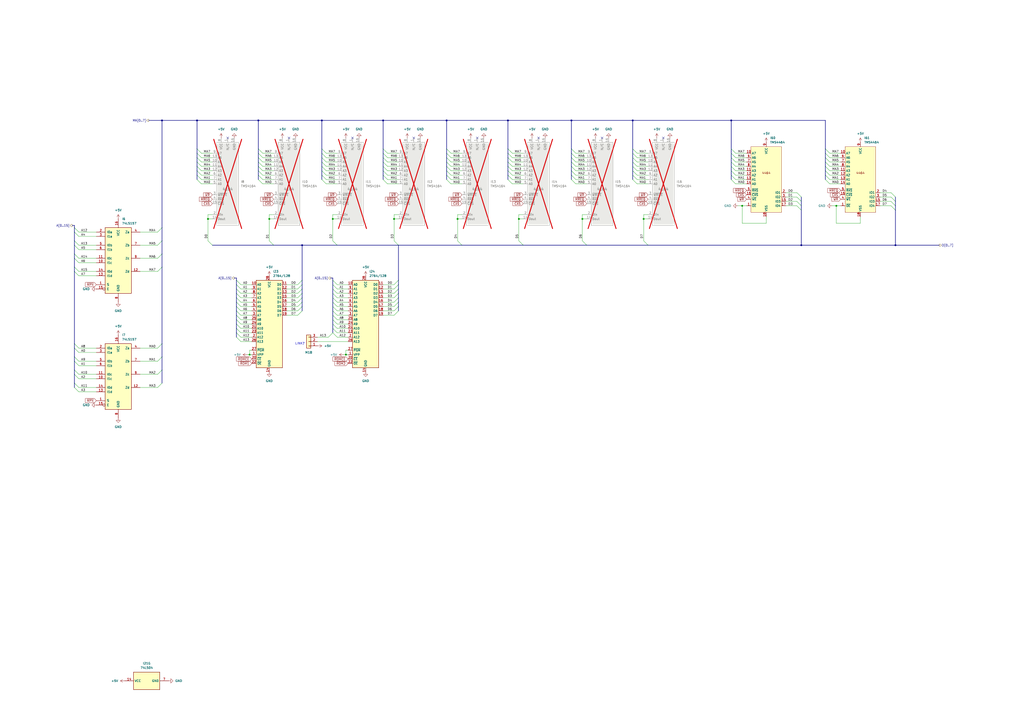
<source format=kicad_sch>
(kicad_sch (version 20250114) (generator "eeschema") (generator_version "9.0")
  (paper "A2")
  (text "LINK?" (at 173.99 199.39 0) (effects (font (size 1.27 1.27))))
  (junction (at 464.82 142.24))
  (junction (at 485.14 119.38))
  (junction (at 144.78 205.74))
  (junction (at 193.04 127))
  (junction (at 222.25 69.85))
  (junction (at 114.3 69.85))
  (junction (at 93.98 69.85))
  (junction (at 149.86 69.85))
  (junction (at 156.21 127))
  (junction (at 331.47 69.85))
  (junction (at 228.6 127))
  (junction (at 294.64 69.85))
  (junction (at 424.18 69.85))
  (junction (at 367.03 69.85))
  (junction (at 186.69 69.85))
  (junction (at 259.08 69.85))
  (junction (at 265.43 127))
  (junction (at 120.65 127))
  (junction (at 430.53 119.38))
  (junction (at 373.38 127))
  (junction (at 337.82 127))
  (junction (at 300.99 127))
  (junction (at 519.43 142.24))
  (junction (at 175.26 142.24))
  (junction (at 200.66 205.74))
  (no_connect (at 384.81 80.01))
  (no_connect (at 132.08 80.01))
  (no_connect (at 167.64 80.01))
  (no_connect (at 204.47 80.01))
  (no_connect (at 312.42 80.01))
  (no_connect (at 276.86 80.01))
  (no_connect (at 240.03 80.01))
  (no_connect (at 349.25 80.01))
  (bus_entry (at 172.72 167.64) (size 2.54 -2.54))
  (bus_entry (at 195.58 190.5) (size -2.54 -2.54))
  (bus_entry (at 224.79 101.6) (size -2.54 -2.54))
  (bus_entry (at 261.62 96.52) (size -2.54 -2.54))
  (bus_entry (at 45.72 209.55) (size -2.54 -2.54))
  (bus_entry (at 91.44 157.48) (size 2.54 -2.54))
  (bus_entry (at 297.18 88.9) (size -2.54 -2.54))
  (bus_entry (at 426.72 104.14) (size -2.54 -2.54))
  (bus_entry (at 189.23 93.98) (size -2.54 -2.54))
  (bus_entry (at 190.5 195.58) (size 2.54 -2.54))
  (bus_entry (at 195.58 170.18) (size -2.54 -2.54))
  (bus_entry (at 334.01 96.52) (size -2.54 -2.54))
  (bus_entry (at 369.57 96.52) (size -2.54 -2.54))
  (bus_entry (at 45.72 152.4) (size -2.54 -2.54))
  (bus_entry (at 373.38 139.7) (size 2.54 2.54))
  (bus_entry (at 224.79 99.06) (size -2.54 -2.54))
  (bus_entry (at 462.28 119.38) (size 2.54 2.54))
  (bus_entry (at 481.33 99.06) (size -2.54 -2.54))
  (bus_entry (at 228.6 165.1) (size 2.54 -2.54))
  (bus_entry (at 45.72 204.47) (size -2.54 -2.54))
  (bus_entry (at 172.72 165.1) (size 2.54 -2.54))
  (bus_entry (at 334.01 99.06) (size -2.54 -2.54))
  (bus_entry (at 297.18 106.68) (size -2.54 -2.54))
  (bus_entry (at 265.43 139.7) (size 2.54 2.54))
  (bus_entry (at 45.72 137.16) (size -2.54 -2.54))
  (bus_entry (at 45.72 134.62) (size -2.54 -2.54))
  (bus_entry (at 334.01 93.98) (size -2.54 -2.54))
  (bus_entry (at 195.58 193.04) (size -2.54 -2.54))
  (bus_entry (at 228.6 177.8) (size 2.54 -2.54))
  (bus_entry (at 139.7 170.18) (size -2.54 -2.54))
  (bus_entry (at 116.84 88.9) (size -2.54 -2.54))
  (bus_entry (at 116.84 101.6) (size -2.54 -2.54))
  (bus_entry (at 172.72 170.18) (size 2.54 -2.54))
  (bus_entry (at 481.33 101.6) (size -2.54 -2.54))
  (bus_entry (at 369.57 99.06) (size -2.54 -2.54))
  (bus_entry (at 189.23 88.9) (size -2.54 -2.54))
  (bus_entry (at 139.7 180.34) (size -2.54 -2.54))
  (bus_entry (at 516.89 116.84) (size 2.54 2.54))
  (bus_entry (at 195.58 167.64) (size -2.54 -2.54))
  (bus_entry (at 139.7 185.42) (size -2.54 -2.54))
  (bus_entry (at 334.01 88.9) (size -2.54 -2.54))
  (bus_entry (at 45.72 201.93) (size -2.54 -2.54))
  (bus_entry (at 426.72 93.98) (size -2.54 -2.54))
  (bus_entry (at 193.04 139.7) (size 2.54 2.54))
  (bus_entry (at 139.7 190.5) (size -2.54 -2.54))
  (bus_entry (at 228.6 175.26) (size 2.54 -2.54))
  (bus_entry (at 426.72 88.9) (size -2.54 -2.54))
  (bus_entry (at 297.18 101.6) (size -2.54 -2.54))
  (bus_entry (at 261.62 88.9) (size -2.54 -2.54))
  (bus_entry (at 261.62 91.44) (size -2.54 -2.54))
  (bus_entry (at 189.23 91.44) (size -2.54 -2.54))
  (bus_entry (at 481.33 104.14) (size -2.54 -2.54))
  (bus_entry (at 45.72 144.78) (size -2.54 -2.54))
  (bus_entry (at 139.7 198.12) (size -2.54 -2.54))
  (bus_entry (at 139.7 193.04) (size -2.54 -2.54))
  (bus_entry (at 516.89 111.76) (size 2.54 2.54))
  (bus_entry (at 337.82 139.7) (size 2.54 2.54))
  (bus_entry (at 224.79 93.98) (size -2.54 -2.54))
  (bus_entry (at 189.23 104.14) (size -2.54 -2.54))
  (bus_entry (at 45.72 212.09) (size -2.54 -2.54))
  (bus_entry (at 45.72 227.33) (size -2.54 -2.54))
  (bus_entry (at 116.84 96.52) (size -2.54 -2.54))
  (bus_entry (at 334.01 91.44) (size -2.54 -2.54))
  (bus_entry (at 297.18 93.98) (size -2.54 -2.54))
  (bus_entry (at 152.4 88.9) (size -2.54 -2.54))
  (bus_entry (at 195.58 195.58) (size -2.54 -2.54))
  (bus_entry (at 228.6 172.72) (size 2.54 -2.54))
  (bus_entry (at 189.23 101.6) (size -2.54 -2.54))
  (bus_entry (at 369.57 91.44) (size -2.54 -2.54))
  (bus_entry (at 45.72 160.02) (size -2.54 -2.54))
  (bus_entry (at 297.18 104.14) (size -2.54 -2.54))
  (bus_entry (at 195.58 187.96) (size -2.54 -2.54))
  (bus_entry (at 172.72 177.8) (size 2.54 -2.54))
  (bus_entry (at 224.79 91.44) (size -2.54 -2.54))
  (bus_entry (at 297.18 99.06) (size -2.54 -2.54))
  (bus_entry (at 462.28 114.3) (size 2.54 2.54))
  (bus_entry (at 116.84 106.68) (size -2.54 -2.54))
  (bus_entry (at 261.62 99.06) (size -2.54 -2.54))
  (bus_entry (at 139.7 187.96) (size -2.54 -2.54))
  (bus_entry (at 334.01 106.68) (size -2.54 -2.54))
  (bus_entry (at 462.28 111.76) (size 2.54 2.54))
  (bus_entry (at 91.44 209.55) (size 2.54 -2.54))
  (bus_entry (at 481.33 91.44) (size -2.54 -2.54))
  (bus_entry (at 156.21 139.7) (size 2.54 2.54))
  (bus_entry (at 45.72 149.86) (size -2.54 -2.54))
  (bus_entry (at 195.58 165.1) (size -2.54 -2.54))
  (bus_entry (at 228.6 167.64) (size 2.54 -2.54))
  (bus_entry (at 481.33 96.52) (size -2.54 -2.54))
  (bus_entry (at 369.57 93.98) (size -2.54 -2.54))
  (bus_entry (at 189.23 96.52) (size -2.54 -2.54))
  (bus_entry (at 139.7 165.1) (size -2.54 -2.54))
  (bus_entry (at 261.62 104.14) (size -2.54 -2.54))
  (bus_entry (at 116.84 99.06) (size -2.54 -2.54))
  (bus_entry (at 116.84 93.98) (size -2.54 -2.54))
  (bus_entry (at 228.6 170.18) (size 2.54 -2.54))
  (bus_entry (at 297.18 96.52) (size -2.54 -2.54))
  (bus_entry (at 139.7 177.8) (size -2.54 -2.54))
  (bus_entry (at 152.4 101.6) (size -2.54 -2.54))
  (bus_entry (at 91.44 224.79) (size 2.54 -2.54))
  (bus_entry (at 195.58 175.26) (size -2.54 -2.54))
  (bus_entry (at 91.44 217.17) (size 2.54 -2.54))
  (bus_entry (at 189.23 99.06) (size -2.54 -2.54))
  (bus_entry (at 152.4 104.14) (size -2.54 -2.54))
  (bus_entry (at 139.7 175.26) (size -2.54 -2.54))
  (bus_entry (at 297.18 91.44) (size -2.54 -2.54))
  (bus_entry (at 369.57 104.14) (size -2.54 -2.54))
  (bus_entry (at 139.7 167.64) (size -2.54 -2.54))
  (bus_entry (at 172.72 175.26) (size 2.54 -2.54))
  (bus_entry (at 426.72 96.52) (size -2.54 -2.54))
  (bus_entry (at 228.6 182.88) (size 2.54 -2.54))
  (bus_entry (at 300.99 139.7) (size 2.54 2.54))
  (bus_entry (at 369.57 101.6) (size -2.54 -2.54))
  (bus_entry (at 195.58 182.88) (size -2.54 -2.54))
  (bus_entry (at 261.62 106.68) (size -2.54 -2.54))
  (bus_entry (at 45.72 142.24) (size -2.54 -2.54))
  (bus_entry (at 334.01 104.14) (size -2.54 -2.54))
  (bus_entry (at 120.65 139.7) (size 2.54 2.54))
  (bus_entry (at 462.28 116.84) (size 2.54 2.54))
  (bus_entry (at 426.72 106.68) (size -2.54 -2.54))
  (bus_entry (at 481.33 88.9) (size -2.54 -2.54))
  (bus_entry (at 228.6 180.34) (size 2.54 -2.54))
  (bus_entry (at 481.33 93.98) (size -2.54 -2.54))
  (bus_entry (at 516.89 119.38) (size 2.54 2.54))
  (bus_entry (at 224.79 106.68) (size -2.54 -2.54))
  (bus_entry (at 91.44 201.93) (size 2.54 -2.54))
  (bus_entry (at 172.72 180.34) (size 2.54 -2.54))
  (bus_entry (at 152.4 93.98) (size -2.54 -2.54))
  (bus_entry (at 91.44 134.62) (size 2.54 -2.54))
  (bus_entry (at 172.72 182.88) (size 2.54 -2.54))
  (bus_entry (at 228.6 139.7) (size 2.54 2.54))
  (bus_entry (at 45.72 224.79) (size -2.54 -2.54))
  (bus_entry (at 139.7 182.88) (size -2.54 -2.54))
  (bus_entry (at 426.72 101.6) (size -2.54 -2.54))
  (bus_entry (at 369.57 106.68) (size -2.54 -2.54))
  (bus_entry (at 91.44 149.86) (size 2.54 -2.54))
  (bus_entry (at 91.44 142.24) (size 2.54 -2.54))
  (bus_entry (at 45.72 219.71) (size -2.54 -2.54))
  (bus_entry (at 116.84 104.14) (size -2.54 -2.54))
  (bus_entry (at 45.72 157.48) (size -2.54 -2.54))
  (bus_entry (at 139.7 195.58) (size -2.54 -2.54))
  (bus_entry (at 426.72 99.06) (size -2.54 -2.54))
  (bus_entry (at 195.58 177.8) (size -2.54 -2.54))
  (bus_entry (at 224.79 104.14) (size -2.54 -2.54))
  (bus_entry (at 152.4 96.52) (size -2.54 -2.54))
  (bus_entry (at 261.62 101.6) (size -2.54 -2.54))
  (bus_entry (at 261.62 93.98) (size -2.54 -2.54))
  (bus_entry (at 45.72 217.17) (size -2.54 -2.54))
  (bus_entry (at 116.84 91.44) (size -2.54 -2.54))
  (bus_entry (at 195.58 172.72) (size -2.54 -2.54))
  (bus_entry (at 426.72 91.44) (size -2.54 -2.54))
  (bus_entry (at 195.58 180.34) (size -2.54 -2.54))
  (bus_entry (at 224.79 96.52) (size -2.54 -2.54))
  (bus_entry (at 195.58 185.42) (size -2.54 -2.54))
  (bus_entry (at 139.7 172.72) (size -2.54 -2.54))
  (bus_entry (at 152.4 91.44) (size -2.54 -2.54))
  (bus_entry (at 516.89 114.3) (size 2.54 2.54))
  (bus_entry (at 172.72 172.72) (size 2.54 -2.54))
  (bus_entry (at 334.01 101.6) (size -2.54 -2.54))
  (bus_entry (at 481.33 106.68) (size -2.54 -2.54))
  (bus_entry (at 189.23 106.68) (size -2.54 -2.54))
  (bus_entry (at 224.79 88.9) (size -2.54 -2.54))
  (bus_entry (at 152.4 106.68) (size -2.54 -2.54))
  (bus_entry (at 369.57 88.9) (size -2.54 -2.54))
  (bus_entry (at 152.4 99.06) (size -2.54 -2.54))
  (bus (pts (xy 331.47 69.85) (xy 331.47 86.36)))
  (wire (pts (xy 444.5 129.54) (xy 430.53 129.54)))
  (wire (pts (xy 201.93 182.88) (xy 195.58 182.88)))
  (bus (pts (xy 294.64 99.06) (xy 294.64 101.6)))
  (wire (pts (xy 433.07 99.06) (xy 426.72 99.06)))
  (bus (pts (xy 222.25 91.44) (xy 222.25 93.98)))
  (bus (pts (xy 93.98 139.7) (xy 93.98 132.08)))
  (wire (pts (xy 340.36 106.68) (xy 334.01 106.68)))
  (bus (pts (xy 195.58 142.24) (xy 231.14 142.24)))
  (bus (pts (xy 424.18 99.06) (xy 424.18 101.6)))
  (wire (pts (xy 201.93 170.18) (xy 195.58 170.18)))
  (wire (pts (xy 231.14 106.68) (xy 224.79 106.68)))
  (bus (pts (xy 478.79 88.9) (xy 478.79 91.44)))
  (bus (pts (xy 114.3 86.36) (xy 114.3 88.9)))
  (bus (pts (xy 259.08 91.44) (xy 259.08 93.98)))
  (wire (pts (xy 146.05 170.18) (xy 139.7 170.18)))
  (wire (pts (xy 55.88 144.78) (xy 45.72 144.78)))
  (bus (pts (xy 478.79 101.6) (xy 478.79 104.14)))
  (wire (pts (xy 55.88 217.17) (xy 45.72 217.17)))
  (bus (pts (xy 259.08 88.9) (xy 259.08 91.44)))
  (bus (pts (xy 193.04 165.1) (xy 193.04 167.64)))
  (bus (pts (xy 43.18 142.24) (xy 43.18 147.32)))
  (bus (pts (xy 267.97 142.24) (xy 303.53 142.24)))
  (bus (pts (xy 478.79 99.06) (xy 478.79 101.6)))
  (bus (pts (xy 175.26 172.72) (xy 175.26 175.26)))
  (bus (pts (xy 231.14 177.8) (xy 231.14 180.34)))
  (wire (pts (xy 158.75 88.9) (xy 152.4 88.9)))
  (wire (pts (xy 433.07 104.14) (xy 426.72 104.14)))
  (bus (pts (xy 149.86 86.36) (xy 149.86 88.9)))
  (wire (pts (xy 158.75 93.98) (xy 152.4 93.98)))
  (bus (pts (xy 137.16 190.5) (xy 137.16 193.04)))
  (bus (pts (xy 43.18 222.25) (xy 43.18 224.79)))
  (wire (pts (xy 201.93 177.8) (xy 195.58 177.8)))
  (wire (pts (xy 303.53 88.9) (xy 297.18 88.9)))
  (wire (pts (xy 146.05 187.96) (xy 139.7 187.96)))
  (bus (pts (xy 294.64 96.52) (xy 294.64 99.06)))
  (bus (pts (xy 43.18 157.48) (xy 43.18 199.39)))
  (wire (pts (xy 228.6 127) (xy 228.6 139.7)))
  (wire (pts (xy 300.99 124.46) (xy 300.99 127)))
  (wire (pts (xy 267.97 104.14) (xy 261.62 104.14)))
  (wire (pts (xy 200.66 205.74) (xy 201.93 205.74)))
  (bus (pts (xy 340.36 142.24) (xy 375.92 142.24)))
  (bus (pts (xy 193.04 161.29) (xy 193.04 162.56)))
  (wire (pts (xy 487.68 96.52) (xy 481.33 96.52)))
  (wire (pts (xy 231.14 96.52) (xy 224.79 96.52)))
  (bus (pts (xy 43.18 134.62) (xy 43.18 139.7)))
  (bus (pts (xy 186.69 99.06) (xy 186.69 101.6)))
  (wire (pts (xy 146.05 177.8) (xy 139.7 177.8)))
  (bus (pts (xy 175.26 167.64) (xy 175.26 170.18)))
  (wire (pts (xy 433.07 106.68) (xy 426.72 106.68)))
  (bus (pts (xy 93.98 69.85) (xy 114.3 69.85)))
  (bus (pts (xy 137.16 162.56) (xy 137.16 165.1)))
  (wire (pts (xy 303.53 99.06) (xy 297.18 99.06)))
  (wire (pts (xy 222.25 165.1) (xy 228.6 165.1)))
  (wire (pts (xy 166.37 180.34) (xy 172.72 180.34)))
  (wire (pts (xy 375.92 88.9) (xy 369.57 88.9)))
  (bus (pts (xy 375.92 142.24) (xy 464.82 142.24)))
  (bus (pts (xy 186.69 88.9) (xy 186.69 91.44)))
  (bus (pts (xy 424.18 69.85) (xy 478.79 69.85)))
  (wire (pts (xy 433.07 91.44) (xy 426.72 91.44)))
  (wire (pts (xy 267.97 99.06) (xy 261.62 99.06)))
  (wire (pts (xy 201.93 203.2) (xy 200.66 203.2)))
  (wire (pts (xy 303.53 124.46) (xy 300.99 124.46)))
  (bus (pts (xy 43.18 207.01) (xy 43.18 209.55)))
  (wire (pts (xy 267.97 91.44) (xy 261.62 91.44)))
  (bus (pts (xy 424.18 86.36) (xy 424.18 88.9)))
  (wire (pts (xy 487.68 88.9) (xy 481.33 88.9)))
  (wire (pts (xy 510.54 111.76) (xy 516.89 111.76)))
  (bus (pts (xy 114.3 96.52) (xy 114.3 99.06)))
  (wire (pts (xy 81.28 149.86) (xy 91.44 149.86)))
  (wire (pts (xy 195.58 91.44) (xy 189.23 91.44)))
  (wire (pts (xy 303.53 91.44) (xy 297.18 91.44)))
  (bus (pts (xy 158.75 142.24) (xy 175.26 142.24)))
  (bus (pts (xy 93.98 222.25) (xy 93.98 214.63)))
  (wire (pts (xy 303.53 104.14) (xy 297.18 104.14)))
  (bus (pts (xy 231.14 142.24) (xy 231.14 162.56)))
  (wire (pts (xy 146.05 180.34) (xy 139.7 180.34)))
  (wire (pts (xy 81.28 157.48) (xy 91.44 157.48)))
  (wire (pts (xy 166.37 177.8) (xy 172.72 177.8)))
  (wire (pts (xy 55.88 209.55) (xy 45.72 209.55)))
  (bus (pts (xy 175.26 170.18) (xy 175.26 172.72)))
  (bus (pts (xy 331.47 69.85) (xy 367.03 69.85)))
  (bus (pts (xy 294.64 88.9) (xy 294.64 91.44)))
  (wire (pts (xy 375.92 93.98) (xy 369.57 93.98)))
  (bus (pts (xy 43.18 132.08) (xy 43.18 134.62)))
  (bus (pts (xy 222.25 69.85) (xy 222.25 86.36)))
  (bus (pts (xy 424.18 93.98) (xy 424.18 96.52)))
  (bus (pts (xy 43.18 214.63) (xy 43.18 217.17)))
  (bus (pts (xy 331.47 93.98) (xy 331.47 96.52)))
  (wire (pts (xy 201.93 195.58) (xy 195.58 195.58)))
  (bus (pts (xy 93.98 132.08) (xy 93.98 69.85)))
  (wire (pts (xy 375.92 106.68) (xy 369.57 106.68)))
  (wire (pts (xy 55.88 134.62) (xy 45.72 134.62)))
  (wire (pts (xy 156.21 127) (xy 156.21 139.7)))
  (wire (pts (xy 337.82 127) (xy 340.36 127)))
  (bus (pts (xy 114.3 91.44) (xy 114.3 93.98)))
  (bus (pts (xy 193.04 175.26) (xy 193.04 177.8)))
  (bus (pts (xy 137.16 193.04) (xy 137.16 195.58)))
  (wire (pts (xy 55.88 224.79) (xy 45.72 224.79)))
  (bus (pts (xy 231.14 142.24) (xy 267.97 142.24)))
  (bus (pts (xy 222.25 93.98) (xy 222.25 96.52)))
  (wire (pts (xy 195.58 88.9) (xy 189.23 88.9)))
  (wire (pts (xy 265.43 127) (xy 265.43 139.7)))
  (bus (pts (xy 41.91 130.81) (xy 43.18 130.81)))
  (wire (pts (xy 146.05 198.12) (xy 139.7 198.12)))
  (wire (pts (xy 510.54 114.3) (xy 516.89 114.3)))
  (wire (pts (xy 222.25 172.72) (xy 228.6 172.72)))
  (wire (pts (xy 156.21 127) (xy 158.75 127)))
  (wire (pts (xy 373.38 124.46) (xy 373.38 127)))
  (wire (pts (xy 487.68 99.06) (xy 481.33 99.06)))
  (wire (pts (xy 55.88 160.02) (xy 45.72 160.02)))
  (bus (pts (xy 193.04 190.5) (xy 193.04 193.04)))
  (wire (pts (xy 231.14 88.9) (xy 224.79 88.9)))
  (bus (pts (xy 367.03 91.44) (xy 367.03 93.98)))
  (wire (pts (xy 81.28 134.62) (xy 91.44 134.62)))
  (wire (pts (xy 158.75 124.46) (xy 156.21 124.46)))
  (wire (pts (xy 300.99 127) (xy 300.99 139.7)))
  (bus (pts (xy 114.3 69.85) (xy 149.86 69.85)))
  (wire (pts (xy 265.43 124.46) (xy 265.43 127)))
  (wire (pts (xy 231.14 99.06) (xy 224.79 99.06)))
  (wire (pts (xy 55.88 201.93) (xy 45.72 201.93)))
  (wire (pts (xy 222.25 167.64) (xy 228.6 167.64)))
  (bus (pts (xy 424.18 96.52) (xy 424.18 99.06)))
  (wire (pts (xy 201.93 185.42) (xy 195.58 185.42)))
  (wire (pts (xy 300.99 127) (xy 303.53 127)))
  (wire (pts (xy 55.88 227.33) (xy 45.72 227.33)))
  (wire (pts (xy 228.6 127) (xy 231.14 127)))
  (wire (pts (xy 222.25 170.18) (xy 228.6 170.18)))
  (bus (pts (xy 175.26 162.56) (xy 175.26 165.1)))
  (wire (pts (xy 373.38 127) (xy 373.38 139.7)))
  (bus (pts (xy 259.08 101.6) (xy 259.08 104.14)))
  (bus (pts (xy 367.03 86.36) (xy 367.03 88.9)))
  (bus (pts (xy 331.47 101.6) (xy 331.47 104.14)))
  (bus (pts (xy 367.03 69.85) (xy 424.18 69.85)))
  (wire (pts (xy 195.58 104.14) (xy 189.23 104.14)))
  (bus (pts (xy 137.16 170.18) (xy 137.16 172.72)))
  (bus (pts (xy 222.25 88.9) (xy 222.25 91.44)))
  (wire (pts (xy 184.15 195.58) (xy 190.5 195.58)))
  (wire (pts (xy 510.54 119.38) (xy 516.89 119.38)))
  (bus (pts (xy 331.47 99.06) (xy 331.47 101.6)))
  (bus (pts (xy 222.25 69.85) (xy 259.08 69.85)))
  (wire (pts (xy 146.05 193.04) (xy 139.7 193.04)))
  (bus (pts (xy 137.16 187.96) (xy 137.16 190.5)))
  (bus (pts (xy 424.18 69.85) (xy 424.18 86.36)))
  (wire (pts (xy 81.28 209.55) (xy 91.44 209.55)))
  (wire (pts (xy 222.25 182.88) (xy 228.6 182.88)))
  (bus (pts (xy 186.69 96.52) (xy 186.69 99.06)))
  (bus (pts (xy 294.64 69.85) (xy 331.47 69.85)))
  (wire (pts (xy 231.14 91.44) (xy 224.79 91.44)))
  (bus (pts (xy 222.25 101.6) (xy 222.25 104.14)))
  (wire (pts (xy 55.88 212.09) (xy 45.72 212.09)))
  (wire (pts (xy 123.19 101.6) (xy 116.84 101.6)))
  (bus (pts (xy 193.04 180.34) (xy 193.04 182.88)))
  (bus (pts (xy 43.18 139.7) (xy 43.18 142.24)))
  (bus (pts (xy 222.25 96.52) (xy 222.25 99.06)))
  (bus (pts (xy 93.98 147.32) (xy 93.98 139.7)))
  (bus (pts (xy 186.69 93.98) (xy 186.69 96.52)))
  (wire (pts (xy 303.53 93.98) (xy 297.18 93.98)))
  (wire (pts (xy 337.82 127) (xy 337.82 139.7)))
  (wire (pts (xy 55.88 137.16) (xy 45.72 137.16)))
  (wire (pts (xy 146.05 195.58) (xy 139.7 195.58)))
  (wire (pts (xy 146.05 185.42) (xy 139.7 185.42)))
  (bus (pts (xy 478.79 93.98) (xy 478.79 96.52)))
  (wire (pts (xy 340.36 88.9) (xy 334.01 88.9)))
  (wire (pts (xy 340.36 99.06) (xy 334.01 99.06)))
  (wire (pts (xy 143.51 205.74) (xy 144.78 205.74)))
  (bus (pts (xy 259.08 99.06) (xy 259.08 101.6)))
  (wire (pts (xy 195.58 93.98) (xy 189.23 93.98)))
  (wire (pts (xy 430.53 129.54) (xy 430.53 119.38)))
  (bus (pts (xy 519.43 121.92) (xy 519.43 142.24)))
  (bus (pts (xy 519.43 121.92) (xy 519.43 119.38)))
  (wire (pts (xy 267.97 93.98) (xy 261.62 93.98)))
  (wire (pts (xy 81.28 201.93) (xy 91.44 201.93)))
  (wire (pts (xy 144.78 203.2) (xy 144.78 205.74)))
  (wire (pts (xy 123.19 124.46) (xy 120.65 124.46)))
  (wire (pts (xy 146.05 165.1) (xy 139.7 165.1)))
  (wire (pts (xy 455.93 111.76) (xy 462.28 111.76)))
  (bus (pts (xy 186.69 69.85) (xy 186.69 86.36)))
  (wire (pts (xy 228.6 124.46) (xy 228.6 127)))
  (wire (pts (xy 201.93 190.5) (xy 195.58 190.5)))
  (wire (pts (xy 444.5 125.73) (xy 444.5 129.54)))
  (bus (pts (xy 149.86 69.85) (xy 186.69 69.85)))
  (wire (pts (xy 123.19 96.52) (xy 116.84 96.52)))
  (bus (pts (xy 424.18 88.9) (xy 424.18 91.44)))
  (bus (pts (xy 175.26 142.24) (xy 195.58 142.24)))
  (wire (pts (xy 81.28 217.17) (xy 91.44 217.17)))
  (wire (pts (xy 499.11 125.73) (xy 499.11 129.54)))
  (bus (pts (xy 93.98 199.39) (xy 93.98 154.94)))
  (bus (pts (xy 175.26 165.1) (xy 175.26 167.64)))
  (bus (pts (xy 43.18 217.17) (xy 43.18 222.25)))
  (wire (pts (xy 487.68 93.98) (xy 481.33 93.98)))
  (wire (pts (xy 123.19 106.68) (xy 116.84 106.68)))
  (bus (pts (xy 231.14 165.1) (xy 231.14 167.64)))
  (wire (pts (xy 373.38 127) (xy 375.92 127)))
  (wire (pts (xy 195.58 106.68) (xy 189.23 106.68)))
  (wire (pts (xy 193.04 124.46) (xy 193.04 127)))
  (bus (pts (xy 231.14 172.72) (xy 231.14 175.26)))
  (bus (pts (xy 478.79 86.36) (xy 478.79 88.9)))
  (bus (pts (xy 123.19 142.24) (xy 158.75 142.24)))
  (wire (pts (xy 433.07 93.98) (xy 426.72 93.98)))
  (wire (pts (xy 195.58 124.46) (xy 193.04 124.46)))
  (wire (pts (xy 158.75 91.44) (xy 152.4 91.44)))
  (wire (pts (xy 231.14 101.6) (xy 224.79 101.6)))
  (bus (pts (xy 464.82 116.84) (xy 464.82 114.3)))
  (bus (pts (xy 93.98 154.94) (xy 93.98 147.32)))
  (bus (pts (xy 186.69 101.6) (xy 186.69 104.14)))
  (wire (pts (xy 303.53 101.6) (xy 297.18 101.6)))
  (bus (pts (xy 149.86 69.85) (xy 149.86 86.36)))
  (bus (pts (xy 114.3 69.85) (xy 114.3 86.36)))
  (wire (pts (xy 265.43 127) (xy 267.97 127)))
  (bus (pts (xy 43.18 201.93) (xy 43.18 207.01)))
  (bus (pts (xy 149.86 91.44) (xy 149.86 93.98)))
  (wire (pts (xy 340.36 93.98) (xy 334.01 93.98)))
  (wire (pts (xy 158.75 99.06) (xy 152.4 99.06)))
  (bus (pts (xy 135.89 161.29) (xy 137.16 161.29)))
  (wire (pts (xy 340.36 91.44) (xy 334.01 91.44)))
  (wire (pts (xy 195.58 96.52) (xy 189.23 96.52)))
  (wire (pts (xy 430.53 119.38) (xy 433.07 119.38)))
  (bus (pts (xy 93.98 207.01) (xy 93.98 199.39)))
  (bus (pts (xy 193.04 167.64) (xy 193.04 170.18)))
  (bus (pts (xy 331.47 96.52) (xy 331.47 99.06)))
  (wire (pts (xy 81.28 142.24) (xy 91.44 142.24)))
  (wire (pts (xy 146.05 190.5) (xy 139.7 190.5)))
  (bus (pts (xy 367.03 69.85) (xy 367.03 86.36)))
  (bus (pts (xy 519.43 119.38) (xy 519.43 116.84)))
  (bus (pts (xy 464.82 121.92) (xy 464.82 142.24)))
  (wire (pts (xy 123.19 99.06) (xy 116.84 99.06)))
  (bus (pts (xy 193.04 182.88) (xy 193.04 185.42)))
  (wire (pts (xy 433.07 101.6) (xy 426.72 101.6)))
  (bus (pts (xy 43.18 149.86) (xy 43.18 154.94)))
  (bus (pts (xy 294.64 101.6) (xy 294.64 104.14)))
  (bus (pts (xy 331.47 91.44) (xy 331.47 93.98)))
  (wire (pts (xy 487.68 104.14) (xy 481.33 104.14)))
  (wire (pts (xy 485.14 129.54) (xy 485.14 119.38)))
  (bus (pts (xy 43.18 147.32) (xy 43.18 149.86)))
  (bus (pts (xy 193.04 170.18) (xy 193.04 172.72)))
  (wire (pts (xy 193.04 127) (xy 195.58 127)))
  (bus (pts (xy 175.26 177.8) (xy 175.26 180.34)))
  (bus (pts (xy 424.18 101.6) (xy 424.18 104.14)))
  (bus (pts (xy 93.98 214.63) (xy 93.98 207.01)))
  (wire (pts (xy 303.53 96.52) (xy 297.18 96.52)))
  (bus (pts (xy 114.3 93.98) (xy 114.3 96.52)))
  (wire (pts (xy 222.25 180.34) (xy 228.6 180.34)))
  (wire (pts (xy 375.92 91.44) (xy 369.57 91.44)))
  (bus (pts (xy 193.04 177.8) (xy 193.04 180.34)))
  (wire (pts (xy 485.14 119.38) (xy 487.68 119.38)))
  (wire (pts (xy 482.6 119.38) (xy 485.14 119.38)))
  (bus (pts (xy 43.18 209.55) (xy 43.18 214.63)))
  (wire (pts (xy 195.58 101.6) (xy 189.23 101.6)))
  (wire (pts (xy 231.14 93.98) (xy 224.79 93.98)))
  (bus (pts (xy 367.03 101.6) (xy 367.03 104.14)))
  (wire (pts (xy 55.88 149.86) (xy 45.72 149.86)))
  (wire (pts (xy 267.97 96.52) (xy 261.62 96.52)))
  (bus (pts (xy 294.64 69.85) (xy 294.64 86.36)))
  (wire (pts (xy 487.68 106.68) (xy 481.33 106.68)))
  (wire (pts (xy 267.97 101.6) (xy 261.62 101.6)))
  (wire (pts (xy 340.36 124.46) (xy 337.82 124.46)))
  (wire (pts (xy 123.19 88.9) (xy 116.84 88.9)))
  (bus (pts (xy 331.47 88.9) (xy 331.47 91.44)))
  (wire (pts (xy 201.93 172.72) (xy 195.58 172.72)))
  (wire (pts (xy 455.93 119.38) (xy 462.28 119.38)))
  (bus (pts (xy 137.16 165.1) (xy 137.16 167.64)))
  (wire (pts (xy 375.92 104.14) (xy 369.57 104.14)))
  (wire (pts (xy 201.93 175.26) (xy 195.58 175.26)))
  (wire (pts (xy 55.88 142.24) (xy 45.72 142.24)))
  (wire (pts (xy 55.88 219.71) (xy 45.72 219.71)))
  (bus (pts (xy 137.16 175.26) (xy 137.16 177.8)))
  (wire (pts (xy 267.97 106.68) (xy 261.62 106.68)))
  (wire (pts (xy 201.93 180.34) (xy 195.58 180.34)))
  (wire (pts (xy 120.65 124.46) (xy 120.65 127)))
  (wire (pts (xy 123.19 104.14) (xy 116.84 104.14)))
  (wire (pts (xy 222.25 175.26) (xy 228.6 175.26)))
  (wire (pts (xy 340.36 101.6) (xy 334.01 101.6)))
  (bus (pts (xy 222.25 99.06) (xy 222.25 101.6)))
  (wire (pts (xy 146.05 182.88) (xy 139.7 182.88)))
  (wire (pts (xy 375.92 124.46) (xy 373.38 124.46)))
  (bus (pts (xy 464.82 121.92) (xy 464.82 119.38)))
  (bus (pts (xy 137.16 185.42) (xy 137.16 187.96)))
  (bus (pts (xy 149.86 101.6) (xy 149.86 104.14)))
  (wire (pts (xy 55.88 157.48) (xy 45.72 157.48)))
  (wire (pts (xy 166.37 167.64) (xy 172.72 167.64)))
  (bus (pts (xy 303.53 142.24) (xy 340.36 142.24)))
  (bus (pts (xy 259.08 96.52) (xy 259.08 99.06)))
  (wire (pts (xy 487.68 101.6) (xy 481.33 101.6)))
  (wire (pts (xy 201.93 165.1) (xy 195.58 165.1)))
  (wire (pts (xy 158.75 96.52) (xy 152.4 96.52)))
  (bus (pts (xy 137.16 182.88) (xy 137.16 185.42)))
  (wire (pts (xy 340.36 96.52) (xy 334.01 96.52)))
  (bus (pts (xy 519.43 142.24) (xy 544.83 142.24)))
  (bus (pts (xy 114.3 88.9) (xy 114.3 91.44)))
  (wire (pts (xy 427.99 119.38) (xy 430.53 119.38)))
  (wire (pts (xy 303.53 106.68) (xy 297.18 106.68)))
  (bus (pts (xy 367.03 96.52) (xy 367.03 99.06)))
  (bus (pts (xy 193.04 187.96) (xy 193.04 190.5)))
  (wire (pts (xy 166.37 175.26) (xy 172.72 175.26)))
  (wire (pts (xy 337.82 124.46) (xy 337.82 127)))
  (wire (pts (xy 193.04 127) (xy 193.04 139.7)))
  (bus (pts (xy 114.3 101.6) (xy 114.3 104.14)))
  (bus (pts (xy 464.82 142.24) (xy 519.43 142.24)))
  (wire (pts (xy 55.88 152.4) (xy 45.72 152.4)))
  (bus (pts (xy 294.64 93.98) (xy 294.64 96.52)))
  (bus (pts (xy 259.08 86.36) (xy 259.08 88.9)))
  (bus (pts (xy 137.16 180.34) (xy 137.16 182.88)))
  (bus (pts (xy 478.79 91.44) (xy 478.79 93.98)))
  (bus (pts (xy 114.3 99.06) (xy 114.3 101.6)))
  (bus (pts (xy 93.98 69.85) (xy 86.36 69.85)))
  (wire (pts (xy 455.93 116.84) (xy 462.28 116.84)))
  (wire (pts (xy 433.07 96.52) (xy 426.72 96.52)))
  (wire (pts (xy 158.75 104.14) (xy 152.4 104.14)))
  (bus (pts (xy 193.04 185.42) (xy 193.04 187.96)))
  (bus (pts (xy 478.79 69.85) (xy 478.79 86.36)))
  (wire (pts (xy 487.68 91.44) (xy 481.33 91.44)))
  (wire (pts (xy 120.65 127) (xy 123.19 127)))
  (bus (pts (xy 191.77 161.29) (xy 193.04 161.29)))
  (bus (pts (xy 149.86 96.52) (xy 149.86 99.06)))
  (wire (pts (xy 200.66 203.2) (xy 200.66 205.74)))
  (bus (pts (xy 222.25 86.36) (xy 222.25 88.9)))
  (bus (pts (xy 519.43 116.84) (xy 519.43 114.3)))
  (bus (pts (xy 331.47 86.36) (xy 331.47 88.9)))
  (bus (pts (xy 231.14 175.26) (xy 231.14 177.8)))
  (wire (pts (xy 433.07 88.9) (xy 426.72 88.9)))
  (wire (pts (xy 123.19 93.98) (xy 116.84 93.98)))
  (wire (pts (xy 231.14 124.46) (xy 228.6 124.46)))
  (bus (pts (xy 43.18 154.94) (xy 43.18 157.48)))
  (wire (pts (xy 146.05 203.2) (xy 144.78 203.2)))
  (bus (pts (xy 175.26 175.26) (xy 175.26 177.8)))
  (bus (pts (xy 259.08 69.85) (xy 259.08 86.36)))
  (bus (pts (xy 231.14 162.56) (xy 231.14 165.1)))
  (wire (pts (xy 120.65 127) (xy 120.65 139.7)))
  (wire (pts (xy 184.15 198.12) (xy 201.93 198.12)))
  (bus (pts (xy 294.64 86.36) (xy 294.64 88.9)))
  (wire (pts (xy 201.93 187.96) (xy 195.58 187.96)))
  (wire (pts (xy 144.78 205.74) (xy 146.05 205.74)))
  (bus (pts (xy 193.04 172.72) (xy 193.04 175.26)))
  (bus (pts (xy 367.03 99.06) (xy 367.03 101.6)))
  (bus (pts (xy 259.08 93.98) (xy 259.08 96.52)))
  (wire (pts (xy 158.75 101.6) (xy 152.4 101.6)))
  (bus (pts (xy 175.26 142.24) (xy 175.26 162.56)))
  (wire (pts (xy 195.58 99.06) (xy 189.23 99.06)))
  (bus (pts (xy 259.08 69.85) (xy 294.64 69.85)))
  (bus (pts (xy 186.69 69.85) (xy 222.25 69.85)))
  (wire (pts (xy 55.88 204.47) (xy 45.72 204.47)))
  (wire (pts (xy 166.37 165.1) (xy 172.72 165.1)))
  (wire (pts (xy 166.37 170.18) (xy 172.72 170.18)))
  (wire (pts (xy 510.54 116.84) (xy 516.89 116.84)))
  (bus (pts (xy 186.69 91.44) (xy 186.69 93.98)))
  (bus (pts (xy 478.79 96.52) (xy 478.79 99.06)))
  (wire (pts (xy 375.92 101.6) (xy 369.57 101.6)))
  (bus (pts (xy 137.16 172.72) (xy 137.16 175.26)))
  (bus (pts (xy 137.16 177.8) (xy 137.16 180.34)))
  (wire (pts (xy 123.19 91.44) (xy 116.84 91.44)))
  (wire (pts (xy 199.39 205.74) (xy 200.66 205.74)))
  (bus (pts (xy 464.82 119.38) (xy 464.82 116.84)))
  (bus (pts (xy 149.86 93.98) (xy 149.86 96.52)))
  (wire (pts (xy 146.05 167.64) (xy 139.7 167.64)))
  (bus (pts (xy 149.86 88.9) (xy 149.86 91.44)))
  (wire (pts (xy 158.75 106.68) (xy 152.4 106.68)))
  (bus (pts (xy 231.14 170.18) (xy 231.14 172.72)))
  (bus (pts (xy 149.86 99.06) (xy 149.86 101.6)))
  (bus (pts (xy 294.64 91.44) (xy 294.64 93.98)))
  (wire (pts (xy 166.37 172.72) (xy 172.72 172.72)))
  (bus (pts (xy 424.18 91.44) (xy 424.18 93.98)))
  (wire (pts (xy 375.92 96.52) (xy 369.57 96.52)))
  (bus (pts (xy 231.14 167.64) (xy 231.14 170.18)))
  (wire (pts (xy 146.05 175.26) (xy 139.7 175.26)))
  (wire (pts (xy 455.93 114.3) (xy 462.28 114.3)))
  (wire (pts (xy 499.11 129.54) (xy 485.14 129.54)))
  (wire (pts (xy 156.21 124.46) (xy 156.21 127)))
  (bus (pts (xy 43.18 199.39) (xy 43.18 201.93)))
  (wire (pts (xy 375.92 99.06) (xy 369.57 99.06)))
  (bus (pts (xy 367.03 93.98) (xy 367.03 96.52)))
  (bus (pts (xy 137.16 161.29) (xy 137.16 162.56)))
  (bus (pts (xy 186.69 86.36) (xy 186.69 88.9)))
  (wire (pts (xy 222.25 177.8) (xy 228.6 177.8)))
  (wire (pts (xy 201.93 193.04) (xy 195.58 193.04)))
  (wire (pts (xy 81.28 224.79) (xy 91.44 224.79)))
  (wire (pts (xy 231.14 104.14) (xy 224.79 104.14)))
  (bus (pts (xy 193.04 162.56) (xy 193.04 165.1)))
  (wire (pts (xy 340.36 104.14) (xy 334.01 104.14)))
  (wire (pts (xy 146.05 172.72) (xy 139.7 172.72)))
  (wire (pts (xy 201.93 167.64) (xy 195.58 167.64)))
  (wire (pts (xy 267.97 124.46) (xy 265.43 124.46)))
  (wire (pts (xy 166.37 182.88) (xy 172.72 182.88)))
  (bus (pts (xy 43.18 130.81) (xy 43.18 132.08)))
  (bus (pts (xy 367.03 88.9) (xy 367.03 91.44)))
  (bus (pts (xy 137.16 167.64) (xy 137.16 170.18)))
  (wire (pts (xy 267.97 88.9) (xy 261.62 88.9)))
  (label "D2" (at 224.79 170.18 0))
  (label "A13" (at 189.23 195.58 180))
  (label "D5" (at 300.99 138.43 90))
  (label "MA7" (at 482.6 88.9 0))
  (label "MA7" (at 335.28 88.9 0))
  (label "MA2" (at 335.28 101.6 0))
  (label "D6" (at 337.82 138.43 90))
  (label "MA2" (at 226.4788 101.6 0))
  (label "A5" (at 196.85 177.8 0))
  (label "MA4" (at 190.5 96.52 0))
  (label "MA6" (at 118.11 91.44 0))
  (label "A10" (at 140.97 190.5 0))
  (label "A11" (at 46.99 224.79 0))
  (label "MA6" (at 370.84 91.44 0))
  (label "A3" (at 46.99 227.33 0))
  (label "A5" (at 46.99 144.78 0))
  (label "MA2" (at 427.99 101.6 0))
  (label "D0" (at 224.79 165.1 0))
  (label "D2" (at 168.91 170.18 0))
  (label "MA7" (at 226.4788 88.9 0))
  (label "MA6" (at 226.4788 91.44 0))
  (label "A7" (at 46.99 160.02 0))
  (label "MA5" (at 226.4788 93.98 0))
  (label "MA5" (at 482.6 93.98 0))
  (label "MA1" (at 370.84 104.14 0))
  (label "A8" (at 196.85 185.42 0))
  (label "MA5" (at 335.28 93.98 0))
  (label "D2" (at 457.2 116.84 0))
  (label "MA0" (at 370.84 106.68 0))
  (label "MA4" (at 118.11 96.52 0))
  (label "D4" (at 224.79 175.26 0))
  (label "A4" (at 140.97 175.26 0))
  (label "A2" (at 140.97 170.18 0))
  (label "MA4" (at 298.45 96.52 0))
  (label "D5" (at 168.91 177.8 0))
  (label "MA0" (at 153.67 106.68 0))
  (label "MA6" (at 335.28 91.44 0))
  (label "MA4" (at 370.84 96.52 0))
  (label "A9" (at 196.85 187.96 0))
  (label "MA5" (at 118.11 93.98 0))
  (label "A8" (at 46.99 201.93 0))
  (label "MA5" (at 153.67 93.98 0))
  (label "MA1" (at 427.99 104.14 0))
  (label "MA3" (at 86.36 224.79 0))
  (label "MA3" (at 153.67 99.06 0))
  (label "D5" (at 511.81 114.3 0))
  (label "MA5" (at 190.5 93.98 0))
  (label "MA5" (at 298.45 93.98 0))
  (label "MA2" (at 118.11 101.6 0))
  (label "MA7" (at 86.36 157.48 0))
  (label "MA0" (at 190.5 106.68 0))
  (label "MA0" (at 226.4788 106.68 0))
  (label "A2" (at 196.85 170.18 0))
  (label "D6" (at 168.91 180.34 0))
  (label "MA1" (at 335.28 104.14 0))
  (label "MA1" (at 153.67 104.14 0))
  (label "D3" (at 224.79 172.72 0))
  (label "MA4" (at 335.28 96.52 0))
  (label "A3" (at 140.97 172.72 0))
  (label "MA4" (at 86.36 134.62 0))
  (label "MA1" (at 190.5 104.14 0))
  (label "D4" (at 511.81 111.76 0))
  (label "A10" (at 196.85 190.5 0))
  (label "D2" (at 193.04 138.43 90))
  (label "MA1" (at 86.36 209.55 0))
  (label "D1" (at 224.79 167.64 0))
  (label "A5" (at 140.97 177.8 0))
  (label "MA3" (at 262.89 99.06 0))
  (label "MA6" (at 482.6 91.44 0))
  (label "A1" (at 46.99 212.09 0))
  (label "MA1" (at 118.11 104.14 0))
  (label "MA3" (at 298.45 99.06 0))
  (label "A12" (at 196.85 195.58 0))
  (label "A11" (at 196.85 193.04 0))
  (label "A8" (at 140.97 185.42 0))
  (label "A0" (at 140.97 165.1 0))
  (label "MA0" (at 335.28 106.68 0))
  (label "A10" (at 46.99 217.17 0))
  (label "MA2" (at 298.45 101.6 0))
  (label "A9" (at 140.97 187.96 0))
  (label "MA3" (at 335.28 99.06 0))
  (label "MA6" (at 190.5 91.44 0))
  (label "MA5" (at 427.99 93.98 0))
  (label "MA7" (at 153.67 88.9 0))
  (label "MA2" (at 262.89 101.6 0))
  (label "MA3" (at 118.11 99.06 0))
  (label "MA6" (at 86.36 149.86 0))
  (label "A2" (at 46.99 219.71 0))
  (label "A0" (at 196.85 165.1 0))
  (label "MA3" (at 370.84 99.06 0))
  (label "MA0" (at 427.99 106.68 0))
  (label "A7" (at 196.85 182.88 0))
  (label "MA5" (at 86.36 142.24 0))
  (label "MA3" (at 190.5 99.06 0))
  (label "MA4" (at 482.6 96.52 0))
  (label "A7" (at 140.97 182.88 0))
  (label "A0" (at 46.99 204.47 0))
  (label "A6" (at 46.99 152.4 0))
  (label "D4" (at 168.91 175.26 0))
  (label "MA4" (at 153.67 96.52 0))
  (label "D1" (at 156.21 138.43 90))
  (label "MA7" (at 118.11 88.9 0))
  (label "D7" (at 168.91 182.88 0))
  (label "MA2" (at 86.36 217.17 0))
  (label "A6" (at 140.97 180.34 0))
  (label "D1" (at 168.91 167.64 0))
  (label "MA7" (at 427.99 88.9 0))
  (label "MA6" (at 262.89 91.44 0))
  (label "MA4" (at 226.4788 96.52 0))
  (label "MA1" (at 226.4788 104.14 0))
  (label "D5" (at 224.79 177.8 0))
  (label "D0" (at 457.2 111.76 0))
  (label "MA3" (at 482.6 99.06 0))
  (label "MA7" (at 298.45 88.9 0))
  (label "A1" (at 140.97 167.64 0))
  (label "D3" (at 168.91 172.72 0))
  (label "MA2" (at 482.6 101.6 0))
  (label "D0" (at 120.65 138.43 90))
  (label "A15" (at 46.99 157.48 0))
  (label "MA1" (at 482.6 104.14 0))
  (label "D3" (at 457.2 119.38 0))
  (label "D0" (at 168.91 165.1 0))
  (label "A3" (at 196.85 172.72 0))
  (label "D6" (at 511.81 116.84 0))
  (label "MA0" (at 262.89 106.68 0))
  (label "A1" (at 196.85 167.64 0))
  (label "D7" (at 224.79 182.88 0))
  (label "MA7" (at 370.84 88.9 0))
  (label "MA5" (at 370.84 93.98 0))
  (label "MA5" (at 262.89 93.98 0))
  (label "MA4" (at 427.99 96.52 0))
  (label "A13" (at 140.97 198.12 0))
  (label "D1" (at 457.2 114.3 0))
  (label "MA7" (at 262.89 88.9 0))
  (label "A4" (at 46.99 137.16 0))
  (label "A4" (at 196.85 175.26 0))
  (label "MA2" (at 190.5 101.6 0))
  (label "D7" (at 373.38 138.43 90))
  (label "A9" (at 46.99 209.55 0))
  (label "D7" (at 511.81 119.38 0))
  (label "MA7" (at 190.5 88.9 0))
  (label "D3" (at 228.6 138.43 90))
  (label "MA2" (at 153.67 101.6 0))
  (label "MA0" (at 298.45 106.68 0))
  (label "MA3" (at 427.99 99.06 0))
  (label "MA1" (at 262.89 104.14 0))
  (label "A14" (at 46.99 149.86 0))
  (label "MA2" (at 370.84 101.6 0))
  (label "A11" (at 140.97 193.04 0))
  (label "MA3" (at 226.4788 99.06 0))
  (label "A6" (at 196.85 180.34 0))
  (label "MA0" (at 86.36 201.93 0))
  (label "MA0" (at 118.11 106.68 0))
  (label "MA0" (at 482.6 106.68 0))
  (label "D6" (at 224.79 180.34 0))
  (label "MA4" (at 262.89 96.52 0))
  (label "MA1" (at 298.45 104.14 0))
  (label "MA6" (at 153.67 91.44 0))
  (label "A12" (at 140.97 195.58 0))
  (label "A12" (at 46.99 134.62 0))
  (label "D4" (at 265.43 138.43 90))
  (label "A13" (at 46.99 142.24 0))
  (label "MA6" (at 298.45 91.44 0))
  (label "MA6" (at 427.99 91.44 0))
  (global_label "~{MREQ}" (shape input) (at 123.19 115.57 180) (property "Intersheetrefs" "${INTERSHEET_REFS}" (effects (hide yes))))
  (global_label "~{MPX}" (shape input) (at 55.88 232.41 180) (property "Intersheetrefs" "${INTERSHEET_REFS}" (effects (hide yes))))
  (global_label "~{CAS}" (shape input) (at 195.58 118.11 180) (property "Intersheetrefs" "${INTERSHEET_REFS}" (effects (hide yes))))
  (global_label "~{MREQ}" (shape input) (at 340.36 115.57 180) (property "Intersheetrefs" "${INTERSHEET_REFS}" (effects (hide yes))))
  (global_label "~{CAS}" (shape input) (at 433.07 113.03 180) (property "Intersheetrefs" "${INTERSHEET_REFS}" (effects (hide yes))))
  (global_label "~{MREQ}" (shape input) (at 303.53 115.57 180) (property "Intersheetrefs" "${INTERSHEET_REFS}" (effects (hide yes))))
  (global_label "~{WR}" (shape input) (at 375.92 113.03 180) (property "Intersheetrefs" "${INTERSHEET_REFS}" (effects (hide yes))))
  (global_label "~{MREQ}" (shape input) (at 487.68 110.49 180) (property "Intersheetrefs" "${INTERSHEET_REFS}" (effects (hide yes))))
  (global_label "~{MREQ}" (shape input) (at 267.97 115.57 180) (property "Intersheetrefs" "${INTERSHEET_REFS}" (effects (hide yes))))
  (global_label "~{MREQ}" (shape input) (at 158.75 115.57 180) (property "Intersheetrefs" "${INTERSHEET_REFS}" (effects (hide yes))))
  (global_label "~{WR}" (shape input) (at 195.58 113.03 180) (property "Intersheetrefs" "${INTERSHEET_REFS}" (effects (hide yes))))
  (global_label "~{MREQ}" (shape input) (at 433.07 110.49 180) (property "Intersheetrefs" "${INTERSHEET_REFS}" (effects (hide yes))))
  (global_label "~{WR}" (shape input) (at 158.75 113.03 180) (property "Intersheetrefs" "${INTERSHEET_REFS}" (effects (hide yes))))
  (global_label "~{CAS}" (shape input) (at 231.14 118.11 180) (property "Intersheetrefs" "${INTERSHEET_REFS}" (effects (hide yes))))
  (global_label "~{CAS}" (shape input) (at 340.36 118.11 180) (property "Intersheetrefs" "${INTERSHEET_REFS}" (effects (hide yes))))
  (global_label "~{WR}" (shape input) (at 231.14 113.03 180) (property "Intersheetrefs" "${INTERSHEET_REFS}" (effects (hide yes))))
  (global_label "~{WR}" (shape input) (at 303.53 113.03 180) (property "Intersheetrefs" "${INTERSHEET_REFS}" (effects (hide yes))))
  (global_label "~{MPX}" (shape input) (at 55.88 165.1 180) (property "Intersheetrefs" "${INTERSHEET_REFS}" (effects (hide yes))))
  (global_label "~{CAS}" (shape input) (at 158.75 118.11 180) (property "Intersheetrefs" "${INTERSHEET_REFS}" (effects (hide yes))))
  (global_label "~{CAS}" (shape input) (at 123.19 118.11 180) (property "Intersheetrefs" "${INTERSHEET_REFS}" (effects (hide yes))))
  (global_label "~{WR}" (shape input) (at 123.19 113.03 180) (property "Intersheetrefs" "${INTERSHEET_REFS}" (effects (hide yes))))
  (global_label "~{ROM2}" (shape input) (at 201.93 210.82 180) (property "Intersheetrefs" "${INTERSHEET_REFS}" (effects (hide yes))))
  (global_label "~{MREQ}" (shape input) (at 195.58 115.57 180) (property "Intersheetrefs" "${INTERSHEET_REFS}" (effects (hide yes))))
  (global_label "~{ROMCE}" (shape input) (at 201.93 208.28 180) (property "Intersheetrefs" "${INTERSHEET_REFS}" (effects (hide yes))))
  (global_label "~{ROM1}" (shape input) (at 146.05 210.82 180) (property "Intersheetrefs" "${INTERSHEET_REFS}" (effects (hide yes))))
  (global_label "~{WR}" (shape input) (at 487.68 115.57 180) (property "Intersheetrefs" "${INTERSHEET_REFS}" (effects (hide yes))))
  (global_label "~{WR}" (shape input) (at 267.97 113.03 180) (property "Intersheetrefs" "${INTERSHEET_REFS}" (effects (hide yes))))
  (global_label "~{CAS}" (shape input) (at 267.97 118.11 180) (property "Intersheetrefs" "${INTERSHEET_REFS}" (effects (hide yes))))
  (global_label "~{CAS}" (shape input) (at 303.53 118.11 180) (property "Intersheetrefs" "${INTERSHEET_REFS}" (effects (hide yes))))
  (global_label "~{CAS}" (shape input) (at 375.92 118.11 180) (property "Intersheetrefs" "${INTERSHEET_REFS}" (effects (hide yes))))
  (global_label "~{MREQ}" (shape input) (at 375.92 115.57 180) (property "Intersheetrefs" "${INTERSHEET_REFS}" (effects (hide yes))))
  (global_label "~{CAS}" (shape input) (at 487.68 113.03 180) (property "Intersheetrefs" "${INTERSHEET_REFS}" (effects (hide yes))))
  (global_label "~{WR}" (shape input) (at 433.07 115.57 180) (property "Intersheetrefs" "${INTERSHEET_REFS}" (effects (hide yes))))
  (global_label "~{ROMCE}" (shape input) (at 146.05 208.28 180) (property "Intersheetrefs" "${INTERSHEET_REFS}" (effects (hide yes))))
  (global_label "~{MREQ}" (shape input) (at 231.14 115.57 180) (property "Intersheetrefs" "${INTERSHEET_REFS}" (effects (hide yes))))
  (global_label "~{WR}" (shape input) (at 340.36 113.03 180) (property "Intersheetrefs" "${INTERSHEET_REFS}" (effects (hide yes))))
  (hierarchical_label "A[0..15]" (shape output) (at 135.89 161.29 180))
  (hierarchical_label "A[0..15]" (shape output) (at 191.77 161.29 180))
  (hierarchical_label "D[0..7]" (shape output) (at 544.83 142.24 0))
  (hierarchical_label "A[0..15]" (shape output) (at 41.91 130.81 180))
  (hierarchical_label "MA[0..7]" (shape output) (at 86.36 69.85 180))
  (symbol (lib_id "power:GND") (at 212.09 215.9 0) (unit 1)
    (property "Reference" "#PWR068" (effects (hide yes)))
    (property "Value" "GND" (at 212.09 220.98 0))
    (property "Description" "Power symbol creates a global label with name \"GND\" , ground" (effects (hide yes)))
  )
  (symbol (lib_id "power:+5V") (at 499.11 82.55 0) (unit 1)
    (property "Reference" "#PWR030" (effects (hide yes)))
    (property "Value" "+5V" (at 499.11 77.47 0))
    (property "Description" "Power symbol creates a global label with name \"+5V\"" (effects (hide yes)))
  )
  (symbol (lib_id "Einstein:TMS4164") (at 204.47 106.68 0) (unit 1) (exclude_from_sim yes) (in_bom no) (on_board no) (dnp yes)
    (property "Reference" "I11" (at 212.09 105.4099 0) (effects (justify left)))
    (property "Value" "TMS4164" (at 212.09 107.9499 0) (effects (justify left)))
    (property "Footprint" "Einstein:DIP-16_W7.62mm" (effects (hide yes)))
  )
  (symbol (lib_id "power:GND") (at 55.88 167.64 270) (unit 1)
    (property "Reference" "#PWR045" (effects (hide yes)))
    (property "Value" "GND" (at 52.07 167.6399 90) (effects (justify right)))
    (property "Description" "Power symbol creates a global label with name \"GND\" , ground" (effects (hide yes)))
  )
  (symbol (lib_id "Connector_Generic:Conn_01x03") (at 179.07 198.12 180) (unit 1)
    (property "Reference" "M18" (at 179.07 204.47 0))
    (property "Value" "ROM" (effects (hide yes)))
    (property "Footprint" "Einstein:M18 PinHeader_1x03_P2.54mm" (effects (hide yes)))
    (property "Description" "Generic connector, single row, 01x03, script generated (kicad-library-utils/schlib/autogen/connector/)" (effects (hide yes)))
  )
  (symbol (lib_id "power:+5V") (at 128.27 80.01 0) (unit 1)
    (property "Reference" "#PWR047" (effects (hide yes)))
    (property "Value" "+5V" (at 128.27 74.93 0))
    (property "Description" "Power symbol creates a global label with name \"+5V\"" (effects (hide yes)))
  )
  (symbol (lib_id "power:GND") (at 243.84 80.01 180) (unit 1)
    (property "Reference" "#PWR054" (effects (hide yes)))
    (property "Value" "GND" (at 243.84 74.93 0))
    (property "Description" "Power symbol creates a global label with name \"GND\" , ground" (effects (hide yes)))
  )
  (symbol (lib_id "power:GND") (at 68.58 175.26 0) (unit 1)
    (property "Reference" "#PWR041" (effects (hide yes)))
    (property "Value" "GND" (at 68.58 180.34 0))
    (property "Description" "Power symbol creates a global label with name \"GND\" , ground" (effects (hide yes)))
  )
  (symbol (lib_id "power:GND") (at 171.45 80.01 180) (unit 1)
    (property "Reference" "#PWR050" (effects (hide yes)))
    (property "Value" "GND" (at 171.45 74.93 0))
    (property "Description" "Power symbol creates a global label with name \"GND\" , ground" (effects (hide yes)))
  )
  (symbol (lib_id "power:GND") (at 482.6 119.38 270) (unit 1)
    (property "Reference" "#PWR029" (effects (hide yes)))
    (property "Value" "GND" (at 478.79 119.3799 90) (effects (justify right)))
    (property "Description" "Power symbol creates a global label with name \"GND\" , ground" (effects (hide yes)))
  )
  (symbol (lib_id "74xx:74LS157") (at 68.58 149.86 0) (unit 1)
    (property "Reference" "I6" (at 70.7233 127 0) (effects (justify left)))
    (property "Value" "74LS157" (at 70.7233 129.54 0) (effects (justify left)))
    (property "Footprint" "Einstein:DIP-16_W7.62mm" (effects (hide yes)))
    (property "Datasheet" "http://www.ti.com/lit/gpn/sn74LS157" (effects (hide yes)))
    (property "Description" "Quad 2 to 1 line Multiplexer" (effects (hide yes)))
  )
  (symbol (lib_id "power:+5V") (at 72.39 394.97 90) (unit 1)
    (property "Reference" "#PWR035" (effects (hide yes)))
    (property "Value" "+5V" (at 68.58 394.9699 90) (effects (justify left)))
    (property "Description" "Power symbol creates a global label with name \"+5V\"" (effects (hide yes)))
  )
  (symbol (lib_id "power:+5V") (at 163.83 80.01 0) (unit 1)
    (property "Reference" "#PWR049" (effects (hide yes)))
    (property "Value" "+5V" (at 163.83 74.93 0))
    (property "Description" "Power symbol creates a global label with name \"+5V\"" (effects (hide yes)))
  )
  (symbol (lib_id "74xx:74LS04") (at 85.09 394.97 90) (unit 7)
    (property "Reference" "I21" (at 85.09 384.81 90))
    (property "Value" "74LS04" (at 85.09 387.35 90))
    (property "Footprint" "Einstein:DIP-14_W7.62mm" (effects (hide yes)))
    (property "Datasheet" "http://www.ti.com/lit/gpn/sn74LS04" (effects (hide yes)))
    (property "Description" "Hex Inverter" (effects (hide yes)))
  )
  (symbol (lib_id "Einstein:TMS4164") (at 167.64 106.68 0) (unit 1) (exclude_from_sim yes) (in_bom no) (on_board no) (dnp yes)
    (property "Reference" "I10" (at 175.26 105.4099 0) (effects (justify left)))
    (property "Value" "TMS4164" (at 175.26 107.9499 0) (effects (justify left)))
    (property "Footprint" "Einstein:DIP-16_W7.62mm" (effects (hide yes)))
  )
  (symbol (lib_id "Einstein:TMS4164") (at 276.86 106.68 0) (unit 1) (exclude_from_sim yes) (in_bom no) (on_board no) (dnp yes)
    (property "Reference" "I13" (at 284.48 105.4099 0) (effects (justify left)))
    (property "Value" "TMS4164" (at 284.48 107.9499 0) (effects (justify left)))
    (property "Footprint" "Einstein:DIP-16_W7.62mm" (effects (hide yes)))
  )
  (symbol (lib_id "power:GND") (at 316.23 80.01 180) (unit 1)
    (property "Reference" "#PWR058" (effects (hide yes)))
    (property "Value" "GND" (at 316.23 74.93 0))
    (property "Description" "Power symbol creates a global label with name \"GND\" , ground" (effects (hide yes)))
  )
  (symbol (lib_id "Einstein:TMS4164") (at 384.81 106.68 0) (unit 1) (exclude_from_sim yes) (in_bom no) (on_board no) (dnp yes)
    (property "Reference" "I16" (at 392.43 105.4099 0) (effects (justify left)))
    (property "Value" "TMS4164" (at 392.43 107.9499 0) (effects (justify left)))
    (property "Footprint" "Einstein:DIP-16_W7.62mm" (effects (hide yes)))
  )
  (symbol (lib_id "power:+5V") (at 236.22 80.01 0) (unit 1)
    (property "Reference" "#PWR053" (effects (hide yes)))
    (property "Value" "+5V" (at 236.22 74.93 0))
    (property "Description" "Power symbol creates a global label with name \"+5V\"" (effects (hide yes)))
  )
  (symbol (lib_id "power:+5V") (at 199.39 205.74 90) (unit 1)
    (property "Reference" "#PWR066" (effects (hide yes)))
    (property "Value" "+5V" (at 195.58 205.7399 90) (effects (justify left)))
    (property "Description" "Power symbol creates a global label with name \"+5V\"" (effects (hide yes)))
  )
  (symbol (lib_id "power:+5V") (at 273.05 80.01 0) (unit 1)
    (property "Reference" "#PWR055" (effects (hide yes)))
    (property "Value" "+5V" (at 273.05 74.93 0))
    (property "Description" "Power symbol creates a global label with name \"+5V\"" (effects (hide yes)))
  )
  (symbol (lib_id "power:+5V") (at 308.61 80.01 0) (unit 1)
    (property "Reference" "#PWR057" (effects (hide yes)))
    (property "Value" "+5V" (at 308.61 74.93 0))
    (property "Description" "Power symbol creates a global label with name \"+5V\"" (effects (hide yes)))
  )
  (symbol (lib_id "power:GND") (at 156.21 215.9 0) (unit 1)
    (property "Reference" "#PWR064" (effects (hide yes)))
    (property "Value" "GND" (at 156.21 220.98 0))
    (property "Description" "Power symbol creates a global label with name \"GND\" , ground" (effects (hide yes)))
  )
  (symbol (lib_id "Einstein:TMS4464") (at 444.5 102.87 0) (unit 1)
    (property "Reference" "I60" (at 446.6433 80.01 0) (effects (justify left)))
    (property "Value" "TMS4464" (at 446.6433 82.55 0) (effects (justify left)))
    (property "Footprint" "Einstein:DIP-18_W7.62mm" (effects (hide yes)))
  )
  (symbol (lib_id "power:+5V") (at 345.44 80.01 0) (unit 1)
    (property "Reference" "#PWR059" (effects (hide yes)))
    (property "Value" "+5V" (at 345.44 74.93 0))
    (property "Description" "Power symbol creates a global label with name \"+5V\"" (effects (hide yes)))
  )
  (symbol (lib_id "power:+5V") (at 212.09 160.02 0) (unit 1)
    (property "Reference" "#PWR067" (effects (hide yes)))
    (property "Value" "+5V" (at 212.09 154.94 0))
    (property "Description" "Power symbol creates a global label with name \"+5V\"" (effects (hide yes)))
  )
  (symbol (lib_id "power:GND") (at 353.06 80.01 180) (unit 1)
    (property "Reference" "#PWR060" (effects (hide yes)))
    (property "Value" "GND" (at 353.06 74.93 0))
    (property "Description" "Power symbol creates a global label with name \"GND\" , ground" (effects (hide yes)))
  )
  (symbol (lib_id "74xx:74LS157") (at 68.58 217.17 0) (unit 1)
    (property "Reference" "I7" (at 70.7233 194.31 0) (effects (justify left)))
    (property "Value" "74LS157" (at 70.7233 196.85 0) (effects (justify left)))
    (property "Footprint" "Einstein:DIP-16_W7.62mm" (effects (hide yes)))
    (property "Datasheet" "http://www.ti.com/lit/gpn/sn74LS157" (effects (hide yes)))
    (property "Description" "Quad 2 to 1 line Multiplexer" (effects (hide yes)))
  )
  (symbol (lib_id "power:GND") (at 135.89 80.01 180) (unit 1)
    (property "Reference" "#PWR048" (effects (hide yes)))
    (property "Value" "GND" (at 135.89 74.93 0))
    (property "Description" "Power symbol creates a global label with name \"GND\" , ground" (effects (hide yes)))
  )
  (symbol (lib_id "power:GND") (at 427.99 119.38 270) (unit 1)
    (property "Reference" "#PWR027" (effects (hide yes)))
    (property "Value" "GND" (at 424.18 119.3799 90) (effects (justify right)))
    (property "Description" "Power symbol creates a global label with name \"GND\" , ground" (effects (hide yes)))
  )
  (symbol (lib_id "power:GND") (at 55.88 234.95 270) (unit 1)
    (property "Reference" "#PWR046" (effects (hide yes)))
    (property "Value" "GND" (at 52.07 234.9499 90) (effects (justify right)))
    (property "Description" "Power symbol creates a global label with name \"GND\" , ground" (effects (hide yes)))
  )
  (symbol (lib_id "power:+5V") (at 156.21 160.02 0) (unit 1)
    (property "Reference" "#PWR063" (effects (hide yes)))
    (property "Value" "+5V" (at 156.21 154.94 0))
    (property "Description" "Power symbol creates a global label with name \"+5V\"" (effects (hide yes)))
  )
  (symbol (lib_id "power:+5V") (at 68.58 127 0) (unit 1)
    (property "Reference" "#PWR042" (effects (hide yes)))
    (property "Value" "+5V" (at 68.58 121.92 0))
    (property "Description" "Power symbol creates a global label with name \"+5V\"" (effects (hide yes)))
  )
  (symbol (lib_id "Memory_EPROM:27C128") (at 212.09 187.96 0) (unit 1)
    (property "Reference" "I24" (at 214.2333 157.48 0) (effects (justify left)))
    (property "Value" "2764/128" (at 214.2333 160.02 0) (effects (justify left)))
    (property "Footprint" "Einstein:DIP-28_W15.24mm" (effects (hide yes)))
    (property "Datasheet" "http://ww1.microchip.com/downloads/en/devicedoc/11003L.pdf" (effects (hide yes)))
    (property "Description" "OTP EPROM 128 KiBit, [Obsolete 2004-01]" (effects (hide yes)))
  )
  (symbol (lib_id "Einstein:TMS4164") (at 132.08 106.68 0) (unit 1) (exclude_from_sim yes) (in_bom no) (on_board no) (dnp yes)
    (property "Reference" "I8" (at 139.7 105.4099 0) (effects (justify left)))
    (property "Value" "TMS4164" (at 139.7 107.9499 0) (effects (justify left)))
    (property "Footprint" "Einstein:DIP-16_W7.62mm" (effects (hide yes)))
  )
  (symbol (lib_id "Einstein:TMS4164") (at 349.25 106.68 0) (unit 1) (exclude_from_sim yes) (in_bom no) (on_board no) (dnp yes)
    (property "Reference" "I15" (at 356.87 105.4099 0) (effects (justify left)))
    (property "Value" "TMS4164" (at 356.87 107.9499 0) (effects (justify left)))
    (property "Footprint" "Einstein:DIP-16_W7.62mm" (effects (hide yes)))
  )
  (symbol (lib_id "power:+5V") (at 200.66 80.01 0) (unit 1)
    (property "Reference" "#PWR051" (effects (hide yes)))
    (property "Value" "+5V" (at 200.66 74.93 0))
    (property "Description" "Power symbol creates a global label with name \"+5V\"" (effects (hide yes)))
  )
  (symbol (lib_id "Einstein:TMS4464") (at 499.11 102.87 0) (unit 1)
    (property "Reference" "I61" (at 501.2533 80.01 0) (effects (justify left)))
    (property "Value" "TMS4464" (at 501.2533 82.55 0) (effects (justify left)))
    (property "Footprint" "Einstein:DIP-18_W7.62mm" (effects (hide yes)))
  )
  (symbol (lib_id "power:GND") (at 97.79 394.97 90) (unit 1)
    (property "Reference" "#PWR034" (effects (hide yes)))
    (property "Value" "GND" (at 101.6 394.9699 90) (effects (justify right)))
    (property "Description" "Power symbol creates a global label with name \"GND\" , ground" (effects (hide yes)))
  )
  (symbol (lib_id "Einstein:TMS4164") (at 240.03 106.68 0) (unit 1) (exclude_from_sim yes) (in_bom no) (on_board no) (dnp yes)
    (property "Reference" "I12" (at 247.65 105.4099 0) (effects (justify left)))
    (property "Value" "TMS4164" (at 247.65 107.9499 0) (effects (justify left)))
    (property "Footprint" "Einstein:DIP-16_W7.62mm" (effects (hide yes)))
  )
  (symbol (lib_id "power:GND") (at 68.58 242.57 0) (unit 1)
    (property "Reference" "#PWR044" (effects (hide yes)))
    (property "Value" "GND" (at 68.58 247.65 0))
    (property "Description" "Power symbol creates a global label with name \"GND\" , ground" (effects (hide yes)))
  )
  (symbol (lib_id "power:+5V") (at 68.58 194.31 0) (unit 1)
    (property "Reference" "#PWR043" (effects (hide yes)))
    (property "Value" "+5V" (at 68.58 189.23 0))
    (property "Description" "Power symbol creates a global label with name \"+5V\"" (effects (hide yes)))
  )
  (symbol (lib_id "Memory_EPROM:27C128") (at 156.21 187.96 0) (unit 1)
    (property "Reference" "I23" (at 158.3533 157.48 0) (effects (justify left)))
    (property "Value" "2764/128" (at 158.3533 160.02 0) (effects (justify left)))
    (property "Footprint" "Einstein:DIP-28_W15.24mm" (effects (hide yes)))
    (property "Datasheet" "http://ww1.microchip.com/downloads/en/devicedoc/11003L.pdf" (effects (hide yes)))
    (property "Description" "OTP EPROM 128 KiBit, [Obsolete 2004-01]" (effects (hide yes)))
  )
  (symbol (lib_id "power:+5V") (at 444.5 82.55 0) (unit 1)
    (property "Reference" "#PWR028" (effects (hide yes)))
    (property "Value" "+5V" (at 444.5 77.47 0))
    (property "Description" "Power symbol creates a global label with name \"+5V\"" (effects (hide yes)))
  )
  (symbol (lib_id "power:+5V") (at 184.15 200.66 270) (unit 1)
    (property "Reference" "#PWR069" (effects (hide yes)))
    (property "Value" "+5V" (at 187.96 200.6599 90) (effects (justify left)))
    (property "Description" "Power symbol creates a global label with name \"+5V\"" (effects (hide yes)))
  )
  (symbol (lib_id "Einstein:TMS4164") (at 312.42 106.68 0) (unit 1) (exclude_from_sim yes) (in_bom no) (on_board no) (dnp yes)
    (property "Reference" "I14" (at 320.04 105.4099 0) (effects (justify left)))
    (property "Value" "TMS4164" (at 320.04 107.9499 0) (effects (justify left)))
    (property "Footprint" "Einstein:DIP-16_W7.62mm" (effects (hide yes)))
  )
  (symbol (lib_id "power:GND") (at 280.67 80.01 180) (unit 1)
    (property "Reference" "#PWR056" (effects (hide yes)))
    (property "Value" "GND" (at 280.67 74.93 0))
    (property "Description" "Power symbol creates a global label with name \"GND\" , ground" (effects (hide yes)))
  )
  (symbol (lib_id "power:+5V") (at 143.51 205.74 90) (unit 1)
    (property "Reference" "#PWR065" (effects (hide yes)))
    (property "Value" "+5V" (at 139.7 205.7399 90) (effects (justify left)))
    (property "Description" "Power symbol creates a global label with name \"+5V\"" (effects (hide yes)))
  )
  (symbol (lib_id "power:GND") (at 208.28 80.01 180) (unit 1)
    (property "Reference" "#PWR052" (effects (hide yes)))
    (property "Value" "GND" (at 208.28 74.93 0))
    (property "Description" "Power symbol creates a global label with name \"GND\" , ground" (effects (hide yes)))
  )
  (symbol (lib_id "power:+5V") (at 381 80.01 0) (unit 1)
    (property "Reference" "#PWR061" (effects (hide yes)))
    (property "Value" "+5V" (at 381 74.93 0))
    (property "Description" "Power symbol creates a global label with name \"+5V\"" (effects (hide yes)))
  )
  (symbol (lib_id "power:GND") (at 388.62 80.01 180) (unit 1)
    (property "Reference" "#PWR062" (effects (hide yes)))
    (property "Value" "GND" (at 388.62 74.93 0))
    (property "Description" "Power symbol creates a global label with name \"GND\" , ground" (effects (hide yes)))
  )
)
</source>
